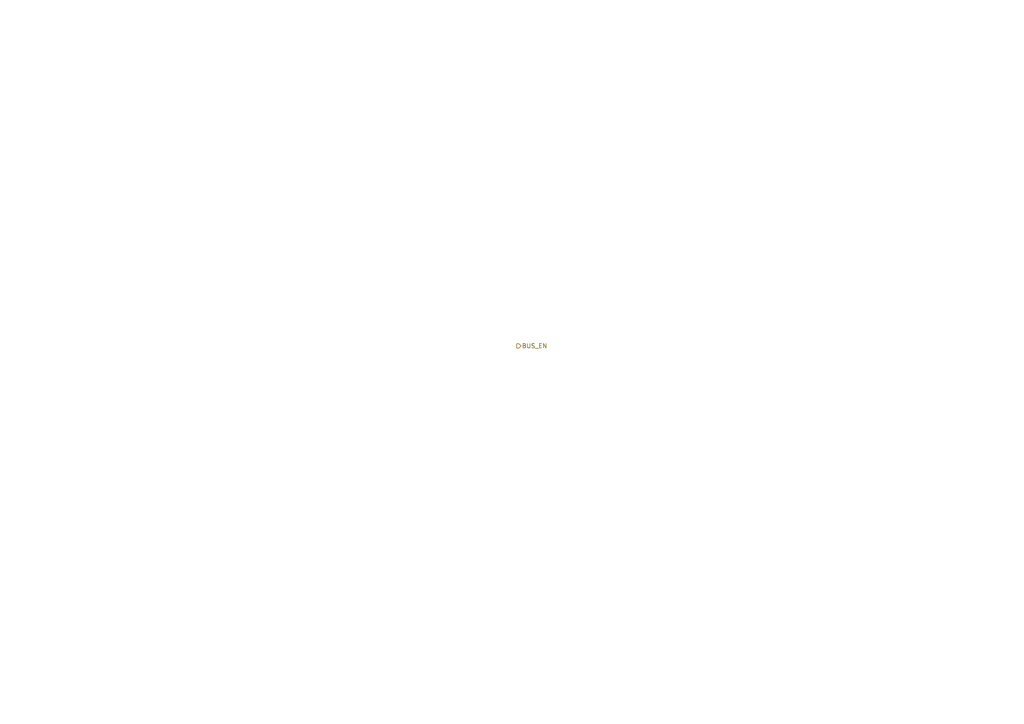
<source format=kicad_sch>
(kicad_sch (version 20211123) (generator eeschema)
  (paper "A4")
  (lib_symbols)
  (hierarchical_label "BUS_EN" (shape output) (at 149.86 100.33 0))
)
</source>
